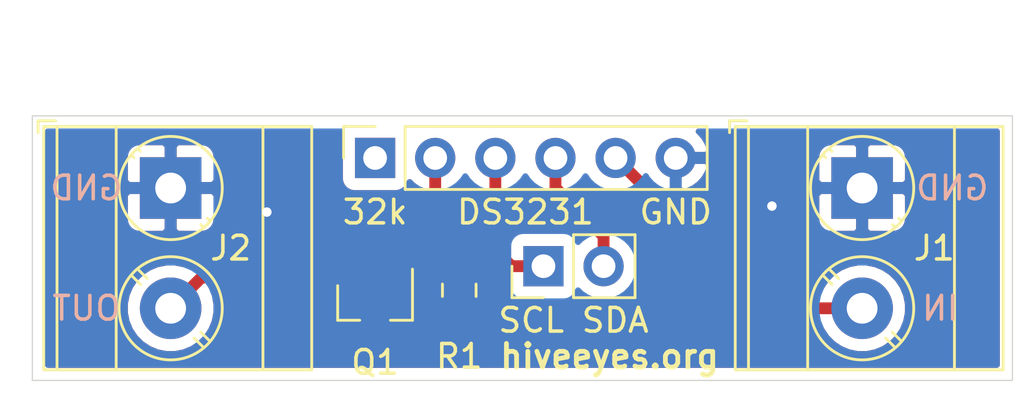
<source format=kicad_pcb>
(kicad_pcb (version 20171130) (host pcbnew "(5.1.5)-3")

  (general
    (thickness 1.6)
    (drawings 13)
    (tracks 23)
    (zones 0)
    (modules 6)
    (nets 7)
  )

  (page A4)
  (layers
    (0 F.Cu signal)
    (31 B.Cu signal)
    (32 B.Adhes user)
    (33 F.Adhes user)
    (34 B.Paste user)
    (35 F.Paste user)
    (36 B.SilkS user)
    (37 F.SilkS user)
    (38 B.Mask user)
    (39 F.Mask user)
    (40 Dwgs.User user)
    (41 Cmts.User user)
    (42 Eco1.User user)
    (43 Eco2.User user)
    (44 Edge.Cuts user)
    (45 Margin user)
    (46 B.CrtYd user)
    (47 F.CrtYd user)
    (48 B.Fab user)
    (49 F.Fab user)
  )

  (setup
    (last_trace_width 0.5)
    (trace_clearance 0.2)
    (zone_clearance 0.508)
    (zone_45_only no)
    (trace_min 0.2)
    (via_size 0.8)
    (via_drill 0.4)
    (via_min_size 0.4)
    (via_min_drill 0.3)
    (uvia_size 0.3)
    (uvia_drill 0.1)
    (uvias_allowed no)
    (uvia_min_size 0.2)
    (uvia_min_drill 0.1)
    (edge_width 0.05)
    (segment_width 0.2)
    (pcb_text_width 0.3)
    (pcb_text_size 1.5 1.5)
    (mod_edge_width 0.12)
    (mod_text_size 1 1)
    (mod_text_width 0.15)
    (pad_size 1.524 1.524)
    (pad_drill 0.762)
    (pad_to_mask_clearance 0.051)
    (solder_mask_min_width 0.25)
    (aux_axis_origin 0 0)
    (visible_elements FFFFFF7F)
    (pcbplotparams
      (layerselection 0x010fc_ffffffff)
      (usegerberextensions false)
      (usegerberattributes false)
      (usegerberadvancedattributes false)
      (creategerberjobfile false)
      (excludeedgelayer true)
      (linewidth 0.100000)
      (plotframeref false)
      (viasonmask false)
      (mode 1)
      (useauxorigin false)
      (hpglpennumber 1)
      (hpglpenspeed 20)
      (hpglpendiameter 15.000000)
      (psnegative false)
      (psa4output false)
      (plotreference true)
      (plotvalue true)
      (plotinvisibletext false)
      (padsonsilk false)
      (subtractmaskfromsilk false)
      (outputformat 1)
      (mirror false)
      (drillshape 1)
      (scaleselection 1)
      (outputdirectory ""))
  )

  (net 0 "")
  (net 1 +5V)
  (net 2 GND)
  (net 3 +5VP)
  (net 4 SDA)
  (net 5 SCL)
  (net 6 SQW)

  (net_class Default "Dies ist die voreingestellte Netzklasse."
    (clearance 0.2)
    (trace_width 0.5)
    (via_dia 0.8)
    (via_drill 0.4)
    (uvia_dia 0.3)
    (uvia_drill 0.1)
    (add_net +5V)
    (add_net +5VP)
    (add_net GND)
    (add_net "Net-(J3-Pad1)")
    (add_net SCL)
    (add_net SDA)
    (add_net SQW)
  )

  (module Resistor_SMD:R_0805_2012Metric_Pad1.15x1.40mm_HandSolder (layer F.Cu) (tedit 5B36C52B) (tstamp 5EB87361)
    (at 131.826 70.104 90)
    (descr "Resistor SMD 0805 (2012 Metric), square (rectangular) end terminal, IPC_7351 nominal with elongated pad for handsoldering. (Body size source: https://docs.google.com/spreadsheets/d/1BsfQQcO9C6DZCsRaXUlFlo91Tg2WpOkGARC1WS5S8t0/edit?usp=sharing), generated with kicad-footprint-generator")
    (tags "resistor handsolder")
    (path /5EB9FA29)
    (attr smd)
    (fp_text reference R1 (at -2.794 0 180) (layer F.SilkS)
      (effects (font (size 1 1) (thickness 0.15)))
    )
    (fp_text value 100k (at 0 1.65 90) (layer F.Fab)
      (effects (font (size 1 1) (thickness 0.15)))
    )
    (fp_text user %R (at 0 0 90) (layer F.Fab)
      (effects (font (size 0.5 0.5) (thickness 0.08)))
    )
    (fp_line (start 1.85 0.95) (end -1.85 0.95) (layer F.CrtYd) (width 0.05))
    (fp_line (start 1.85 -0.95) (end 1.85 0.95) (layer F.CrtYd) (width 0.05))
    (fp_line (start -1.85 -0.95) (end 1.85 -0.95) (layer F.CrtYd) (width 0.05))
    (fp_line (start -1.85 0.95) (end -1.85 -0.95) (layer F.CrtYd) (width 0.05))
    (fp_line (start -0.261252 0.71) (end 0.261252 0.71) (layer F.SilkS) (width 0.12))
    (fp_line (start -0.261252 -0.71) (end 0.261252 -0.71) (layer F.SilkS) (width 0.12))
    (fp_line (start 1 0.6) (end -1 0.6) (layer F.Fab) (width 0.1))
    (fp_line (start 1 -0.6) (end 1 0.6) (layer F.Fab) (width 0.1))
    (fp_line (start -1 -0.6) (end 1 -0.6) (layer F.Fab) (width 0.1))
    (fp_line (start -1 0.6) (end -1 -0.6) (layer F.Fab) (width 0.1))
    (pad 2 smd roundrect (at 1.025 0 90) (size 1.15 1.4) (layers F.Cu F.Paste F.Mask) (roundrect_rratio 0.217391)
      (net 6 SQW))
    (pad 1 smd roundrect (at -1.025 0 90) (size 1.15 1.4) (layers F.Cu F.Paste F.Mask) (roundrect_rratio 0.217391)
      (net 1 +5V))
    (model ${KISYS3DMOD}/Resistor_SMD.3dshapes/R_0805_2012Metric.wrl
      (at (xyz 0 0 0))
      (scale (xyz 1 1 1))
      (rotate (xyz 0 0 0))
    )
  )

  (module Connector_PinSocket_2.54mm:PinSocket_1x06_P2.54mm_Vertical (layer F.Cu) (tedit 5A19A430) (tstamp 5EB86AC8)
    (at 128.27 64.516 90)
    (descr "Through hole straight socket strip, 1x06, 2.54mm pitch, single row (from Kicad 4.0.7), script generated")
    (tags "Through hole socket strip THT 1x06 2.54mm single row")
    (path /5EB717E6)
    (fp_text reference J3 (at -6.35 4.064 90) (layer F.SilkS) hide
      (effects (font (size 1 1) (thickness 0.15)))
    )
    (fp_text value "DS3231 Breakout" (at 0 15.47 90) (layer F.Fab)
      (effects (font (size 1 1) (thickness 0.15)))
    )
    (fp_text user %R (at 0 6.35) (layer F.Fab)
      (effects (font (size 1 1) (thickness 0.15)))
    )
    (fp_line (start -1.8 14.45) (end -1.8 -1.8) (layer F.CrtYd) (width 0.05))
    (fp_line (start 1.75 14.45) (end -1.8 14.45) (layer F.CrtYd) (width 0.05))
    (fp_line (start 1.75 -1.8) (end 1.75 14.45) (layer F.CrtYd) (width 0.05))
    (fp_line (start -1.8 -1.8) (end 1.75 -1.8) (layer F.CrtYd) (width 0.05))
    (fp_line (start 0 -1.33) (end 1.33 -1.33) (layer F.SilkS) (width 0.12))
    (fp_line (start 1.33 -1.33) (end 1.33 0) (layer F.SilkS) (width 0.12))
    (fp_line (start 1.33 1.27) (end 1.33 14.03) (layer F.SilkS) (width 0.12))
    (fp_line (start -1.33 14.03) (end 1.33 14.03) (layer F.SilkS) (width 0.12))
    (fp_line (start -1.33 1.27) (end -1.33 14.03) (layer F.SilkS) (width 0.12))
    (fp_line (start -1.33 1.27) (end 1.33 1.27) (layer F.SilkS) (width 0.12))
    (fp_line (start -1.27 13.97) (end -1.27 -1.27) (layer F.Fab) (width 0.1))
    (fp_line (start 1.27 13.97) (end -1.27 13.97) (layer F.Fab) (width 0.1))
    (fp_line (start 1.27 -0.635) (end 1.27 13.97) (layer F.Fab) (width 0.1))
    (fp_line (start 0.635 -1.27) (end 1.27 -0.635) (layer F.Fab) (width 0.1))
    (fp_line (start -1.27 -1.27) (end 0.635 -1.27) (layer F.Fab) (width 0.1))
    (pad 6 thru_hole oval (at 0 12.7 90) (size 1.7 1.7) (drill 1) (layers *.Cu *.Mask)
      (net 2 GND))
    (pad 5 thru_hole oval (at 0 10.16 90) (size 1.7 1.7) (drill 1) (layers *.Cu *.Mask)
      (net 1 +5V))
    (pad 4 thru_hole oval (at 0 7.62 90) (size 1.7 1.7) (drill 1) (layers *.Cu *.Mask)
      (net 4 SDA))
    (pad 3 thru_hole oval (at 0 5.08 90) (size 1.7 1.7) (drill 1) (layers *.Cu *.Mask)
      (net 5 SCL))
    (pad 2 thru_hole oval (at 0 2.54 90) (size 1.7 1.7) (drill 1) (layers *.Cu *.Mask)
      (net 6 SQW))
    (pad 1 thru_hole rect (at 0 0 90) (size 1.7 1.7) (drill 1) (layers *.Cu *.Mask))
    (model ${KISYS3DMOD}/Connector_PinSocket_2.54mm.3dshapes/PinSocket_1x06_P2.54mm_Vertical.wrl
      (at (xyz 0 0 0))
      (scale (xyz 1 1 1))
      (rotate (xyz 0 0 0))
    )
  )

  (module TerminalBlock_Phoenix:TerminalBlock_Phoenix_MKDS-3-2-5.08_1x02_P5.08mm_Horizontal (layer F.Cu) (tedit 5B294F11) (tstamp 5EB81B64)
    (at 119.634 65.786 270)
    (descr "Terminal Block Phoenix MKDS-3-2-5.08, 2 pins, pitch 5.08mm, size 10.2x11.2mm^2, drill diamater 1.3mm, pad diameter 2.6mm, see http://www.farnell.com/datasheets/2138224.pdf, script-generated using https://github.com/pointhi/kicad-footprint-generator/scripts/TerminalBlock_Phoenix")
    (tags "THT Terminal Block Phoenix MKDS-3-2-5.08 pitch 5.08mm size 10.2x11.2mm^2 drill 1.3mm pad 2.6mm")
    (path /5EB84C06)
    (fp_text reference J2 (at 2.54 -2.54 180) (layer F.SilkS)
      (effects (font (size 1 1) (thickness 0.15)))
    )
    (fp_text value "Power Out" (at 2.54 6.36 90) (layer F.Fab)
      (effects (font (size 1 1) (thickness 0.15)))
    )
    (fp_text user %R (at 2.54 3.1 90) (layer F.Fab)
      (effects (font (size 1 1) (thickness 0.15)))
    )
    (fp_line (start 8.13 -6.4) (end -3.04 -6.4) (layer F.CrtYd) (width 0.05))
    (fp_line (start 8.13 5.8) (end 8.13 -6.4) (layer F.CrtYd) (width 0.05))
    (fp_line (start -3.04 5.8) (end 8.13 5.8) (layer F.CrtYd) (width 0.05))
    (fp_line (start -3.04 -6.4) (end -3.04 5.8) (layer F.CrtYd) (width 0.05))
    (fp_line (start -2.84 5.6) (end -2.34 5.6) (layer F.SilkS) (width 0.12))
    (fp_line (start -2.84 4.86) (end -2.84 5.6) (layer F.SilkS) (width 0.12))
    (fp_line (start 3.822 0.992) (end 3.427 1.388) (layer F.SilkS) (width 0.12))
    (fp_line (start 6.468 -1.654) (end 6.088 -1.274) (layer F.SilkS) (width 0.12))
    (fp_line (start 4.073 1.274) (end 3.693 1.654) (layer F.SilkS) (width 0.12))
    (fp_line (start 6.734 -1.388) (end 6.339 -0.992) (layer F.SilkS) (width 0.12))
    (fp_line (start 6.353 -1.517) (end 3.564 1.273) (layer F.Fab) (width 0.1))
    (fp_line (start 6.597 -1.273) (end 3.808 1.517) (layer F.Fab) (width 0.1))
    (fp_line (start -1.548 1.281) (end -1.654 1.388) (layer F.SilkS) (width 0.12))
    (fp_line (start 1.388 -1.654) (end 1.281 -1.547) (layer F.SilkS) (width 0.12))
    (fp_line (start -1.282 1.547) (end -1.388 1.654) (layer F.SilkS) (width 0.12))
    (fp_line (start 1.654 -1.388) (end 1.547 -1.281) (layer F.SilkS) (width 0.12))
    (fp_line (start 1.273 -1.517) (end -1.517 1.273) (layer F.Fab) (width 0.1))
    (fp_line (start 1.517 -1.273) (end -1.273 1.517) (layer F.Fab) (width 0.1))
    (fp_line (start 7.68 -5.96) (end 7.68 5.36) (layer F.SilkS) (width 0.12))
    (fp_line (start -2.6 -5.96) (end -2.6 5.36) (layer F.SilkS) (width 0.12))
    (fp_line (start -2.6 5.36) (end 7.68 5.36) (layer F.SilkS) (width 0.12))
    (fp_line (start -2.6 -5.96) (end 7.68 -5.96) (layer F.SilkS) (width 0.12))
    (fp_line (start -2.6 -3.9) (end 7.68 -3.9) (layer F.SilkS) (width 0.12))
    (fp_line (start -2.54 -3.9) (end 7.62 -3.9) (layer F.Fab) (width 0.1))
    (fp_line (start -2.6 2.3) (end 7.68 2.3) (layer F.SilkS) (width 0.12))
    (fp_line (start -2.54 2.3) (end 7.62 2.3) (layer F.Fab) (width 0.1))
    (fp_line (start -2.6 4.8) (end 7.68 4.8) (layer F.SilkS) (width 0.12))
    (fp_line (start -2.54 4.8) (end 7.62 4.8) (layer F.Fab) (width 0.1))
    (fp_line (start -2.54 4.8) (end -2.54 -5.9) (layer F.Fab) (width 0.1))
    (fp_line (start -2.04 5.3) (end -2.54 4.8) (layer F.Fab) (width 0.1))
    (fp_line (start 7.62 5.3) (end -2.04 5.3) (layer F.Fab) (width 0.1))
    (fp_line (start 7.62 -5.9) (end 7.62 5.3) (layer F.Fab) (width 0.1))
    (fp_line (start -2.54 -5.9) (end 7.62 -5.9) (layer F.Fab) (width 0.1))
    (fp_circle (center 5.08 0) (end 7.26 0) (layer F.SilkS) (width 0.12))
    (fp_circle (center 5.08 0) (end 7.08 0) (layer F.Fab) (width 0.1))
    (fp_circle (center 0 0) (end 2.18 0) (layer F.SilkS) (width 0.12))
    (fp_circle (center 0 0) (end 2 0) (layer F.Fab) (width 0.1))
    (pad 2 thru_hole circle (at 5.08 0 270) (size 2.6 2.6) (drill 1.3) (layers *.Cu *.Mask)
      (net 3 +5VP))
    (pad 1 thru_hole rect (at 0 0 270) (size 2.6 2.6) (drill 1.3) (layers *.Cu *.Mask)
      (net 2 GND))
    (model ${KISYS3DMOD}/TerminalBlock_Phoenix.3dshapes/TerminalBlock_Phoenix_MKDS-3-2-5.08_1x02_P5.08mm_Horizontal.wrl
      (at (xyz 0 0 0))
      (scale (xyz 1 1 1))
      (rotate (xyz 0 0 0))
    )
  )

  (module TerminalBlock_Phoenix:TerminalBlock_Phoenix_MKDS-3-2-5.08_1x02_P5.08mm_Horizontal (layer F.Cu) (tedit 5B294F11) (tstamp 5EB81B06)
    (at 148.844 65.786 270)
    (descr "Terminal Block Phoenix MKDS-3-2-5.08, 2 pins, pitch 5.08mm, size 10.2x11.2mm^2, drill diamater 1.3mm, pad diameter 2.6mm, see http://www.farnell.com/datasheets/2138224.pdf, script-generated using https://github.com/pointhi/kicad-footprint-generator/scripts/TerminalBlock_Phoenix")
    (tags "THT Terminal Block Phoenix MKDS-3-2-5.08 pitch 5.08mm size 10.2x11.2mm^2 drill 1.3mm pad 2.6mm")
    (path /5EB7C528)
    (fp_text reference J1 (at 2.54 -3.048 180) (layer F.SilkS)
      (effects (font (size 1 1) (thickness 0.15)))
    )
    (fp_text value "Power In" (at 2.54 6.36 90) (layer F.Fab)
      (effects (font (size 1 1) (thickness 0.15)))
    )
    (fp_text user %R (at 2.54 3.1 90) (layer F.Fab)
      (effects (font (size 1 1) (thickness 0.15)))
    )
    (fp_line (start 8.13 -6.4) (end -3.04 -6.4) (layer F.CrtYd) (width 0.05))
    (fp_line (start 8.13 5.8) (end 8.13 -6.4) (layer F.CrtYd) (width 0.05))
    (fp_line (start -3.04 5.8) (end 8.13 5.8) (layer F.CrtYd) (width 0.05))
    (fp_line (start -3.04 -6.4) (end -3.04 5.8) (layer F.CrtYd) (width 0.05))
    (fp_line (start -2.84 5.6) (end -2.34 5.6) (layer F.SilkS) (width 0.12))
    (fp_line (start -2.84 4.86) (end -2.84 5.6) (layer F.SilkS) (width 0.12))
    (fp_line (start 3.822 0.992) (end 3.427 1.388) (layer F.SilkS) (width 0.12))
    (fp_line (start 6.468 -1.654) (end 6.088 -1.274) (layer F.SilkS) (width 0.12))
    (fp_line (start 4.073 1.274) (end 3.693 1.654) (layer F.SilkS) (width 0.12))
    (fp_line (start 6.734 -1.388) (end 6.339 -0.992) (layer F.SilkS) (width 0.12))
    (fp_line (start 6.353 -1.517) (end 3.564 1.273) (layer F.Fab) (width 0.1))
    (fp_line (start 6.597 -1.273) (end 3.808 1.517) (layer F.Fab) (width 0.1))
    (fp_line (start -1.548 1.281) (end -1.654 1.388) (layer F.SilkS) (width 0.12))
    (fp_line (start 1.388 -1.654) (end 1.281 -1.547) (layer F.SilkS) (width 0.12))
    (fp_line (start -1.282 1.547) (end -1.388 1.654) (layer F.SilkS) (width 0.12))
    (fp_line (start 1.654 -1.388) (end 1.547 -1.281) (layer F.SilkS) (width 0.12))
    (fp_line (start 1.273 -1.517) (end -1.517 1.273) (layer F.Fab) (width 0.1))
    (fp_line (start 1.517 -1.273) (end -1.273 1.517) (layer F.Fab) (width 0.1))
    (fp_line (start 7.68 -5.96) (end 7.68 5.36) (layer F.SilkS) (width 0.12))
    (fp_line (start -2.6 -5.96) (end -2.6 5.36) (layer F.SilkS) (width 0.12))
    (fp_line (start -2.6 5.36) (end 7.68 5.36) (layer F.SilkS) (width 0.12))
    (fp_line (start -2.6 -5.96) (end 7.68 -5.96) (layer F.SilkS) (width 0.12))
    (fp_line (start -2.6 -3.9) (end 7.68 -3.9) (layer F.SilkS) (width 0.12))
    (fp_line (start -2.54 -3.9) (end 7.62 -3.9) (layer F.Fab) (width 0.1))
    (fp_line (start -2.6 2.3) (end 7.68 2.3) (layer F.SilkS) (width 0.12))
    (fp_line (start -2.54 2.3) (end 7.62 2.3) (layer F.Fab) (width 0.1))
    (fp_line (start -2.6 4.8) (end 7.68 4.8) (layer F.SilkS) (width 0.12))
    (fp_line (start -2.54 4.8) (end 7.62 4.8) (layer F.Fab) (width 0.1))
    (fp_line (start -2.54 4.8) (end -2.54 -5.9) (layer F.Fab) (width 0.1))
    (fp_line (start -2.04 5.3) (end -2.54 4.8) (layer F.Fab) (width 0.1))
    (fp_line (start 7.62 5.3) (end -2.04 5.3) (layer F.Fab) (width 0.1))
    (fp_line (start 7.62 -5.9) (end 7.62 5.3) (layer F.Fab) (width 0.1))
    (fp_line (start -2.54 -5.9) (end 7.62 -5.9) (layer F.Fab) (width 0.1))
    (fp_circle (center 5.08 0) (end 7.26 0) (layer F.SilkS) (width 0.12))
    (fp_circle (center 5.08 0) (end 7.08 0) (layer F.Fab) (width 0.1))
    (fp_circle (center 0 0) (end 2.18 0) (layer F.SilkS) (width 0.12))
    (fp_circle (center 0 0) (end 2 0) (layer F.Fab) (width 0.1))
    (pad 2 thru_hole circle (at 5.08 0 270) (size 2.6 2.6) (drill 1.3) (layers *.Cu *.Mask)
      (net 1 +5V))
    (pad 1 thru_hole rect (at 0 0 270) (size 2.6 2.6) (drill 1.3) (layers *.Cu *.Mask)
      (net 2 GND))
    (model ${KISYS3DMOD}/TerminalBlock_Phoenix.3dshapes/TerminalBlock_Phoenix_MKDS-3-2-5.08_1x02_P5.08mm_Horizontal.wrl
      (at (xyz 0 0 0))
      (scale (xyz 1 1 1))
      (rotate (xyz 0 0 0))
    )
  )

  (module Package_TO_SOT_SMD:SOT-23 (layer F.Cu) (tedit 5A02FF57) (tstamp 5EB84182)
    (at 128.27 70.612 270)
    (descr "SOT-23, Standard")
    (tags SOT-23)
    (path /5EB6FB41)
    (attr smd)
    (fp_text reference Q1 (at 2.54 0 180) (layer F.SilkS)
      (effects (font (size 1 1) (thickness 0.15)))
    )
    (fp_text value Q_PMOS_GDS (at 0 2.5 90) (layer F.Fab)
      (effects (font (size 1 1) (thickness 0.15)))
    )
    (fp_line (start 0.76 1.58) (end -0.7 1.58) (layer F.SilkS) (width 0.12))
    (fp_line (start 0.76 -1.58) (end -1.4 -1.58) (layer F.SilkS) (width 0.12))
    (fp_line (start -1.7 1.75) (end -1.7 -1.75) (layer F.CrtYd) (width 0.05))
    (fp_line (start 1.7 1.75) (end -1.7 1.75) (layer F.CrtYd) (width 0.05))
    (fp_line (start 1.7 -1.75) (end 1.7 1.75) (layer F.CrtYd) (width 0.05))
    (fp_line (start -1.7 -1.75) (end 1.7 -1.75) (layer F.CrtYd) (width 0.05))
    (fp_line (start 0.76 -1.58) (end 0.76 -0.65) (layer F.SilkS) (width 0.12))
    (fp_line (start 0.76 1.58) (end 0.76 0.65) (layer F.SilkS) (width 0.12))
    (fp_line (start -0.7 1.52) (end 0.7 1.52) (layer F.Fab) (width 0.1))
    (fp_line (start 0.7 -1.52) (end 0.7 1.52) (layer F.Fab) (width 0.1))
    (fp_line (start -0.7 -0.95) (end -0.15 -1.52) (layer F.Fab) (width 0.1))
    (fp_line (start -0.15 -1.52) (end 0.7 -1.52) (layer F.Fab) (width 0.1))
    (fp_line (start -0.7 -0.95) (end -0.7 1.5) (layer F.Fab) (width 0.1))
    (fp_text user %R (at 0 0) (layer F.Fab)
      (effects (font (size 0.5 0.5) (thickness 0.075)))
    )
    (pad 3 smd rect (at 1 0 270) (size 0.9 0.8) (layers F.Cu F.Paste F.Mask)
      (net 1 +5V))
    (pad 2 smd rect (at -1 0.95 270) (size 0.9 0.8) (layers F.Cu F.Paste F.Mask)
      (net 3 +5VP))
    (pad 1 smd rect (at -1 -0.95 270) (size 0.9 0.8) (layers F.Cu F.Paste F.Mask)
      (net 6 SQW))
    (model ${KISYS3DMOD}/Package_TO_SOT_SMD.3dshapes/SOT-23.wrl
      (at (xyz 0 0 0))
      (scale (xyz 1 1 1))
      (rotate (xyz 0 0 0))
    )
  )

  (module Connector_PinHeader_2.54mm:PinHeader_1x02_P2.54mm_Vertical (layer F.Cu) (tedit 59FED5CC) (tstamp 5EB81BCC)
    (at 135.382 69.088 90)
    (descr "Through hole straight pin header, 1x02, 2.54mm pitch, single row")
    (tags "Through hole pin header THT 1x02 2.54mm single row")
    (path /5EB817DB)
    (fp_text reference J4 (at 0 -2.33 90) (layer F.SilkS) hide
      (effects (font (size 1 1) (thickness 0.15)))
    )
    (fp_text value "I2C Terminal" (at -0.762 8.128 90) (layer F.Fab)
      (effects (font (size 1 1) (thickness 0.15)))
    )
    (fp_text user %R (at 0 1.27) (layer F.Fab)
      (effects (font (size 1 1) (thickness 0.15)))
    )
    (fp_line (start 1.8 -1.8) (end -1.8 -1.8) (layer F.CrtYd) (width 0.05))
    (fp_line (start 1.8 4.35) (end 1.8 -1.8) (layer F.CrtYd) (width 0.05))
    (fp_line (start -1.8 4.35) (end 1.8 4.35) (layer F.CrtYd) (width 0.05))
    (fp_line (start -1.8 -1.8) (end -1.8 4.35) (layer F.CrtYd) (width 0.05))
    (fp_line (start -1.33 -1.33) (end 0 -1.33) (layer F.SilkS) (width 0.12))
    (fp_line (start -1.33 0) (end -1.33 -1.33) (layer F.SilkS) (width 0.12))
    (fp_line (start -1.33 1.27) (end 1.33 1.27) (layer F.SilkS) (width 0.12))
    (fp_line (start 1.33 1.27) (end 1.33 3.87) (layer F.SilkS) (width 0.12))
    (fp_line (start -1.33 1.27) (end -1.33 3.87) (layer F.SilkS) (width 0.12))
    (fp_line (start -1.33 3.87) (end 1.33 3.87) (layer F.SilkS) (width 0.12))
    (fp_line (start -1.27 -0.635) (end -0.635 -1.27) (layer F.Fab) (width 0.1))
    (fp_line (start -1.27 3.81) (end -1.27 -0.635) (layer F.Fab) (width 0.1))
    (fp_line (start 1.27 3.81) (end -1.27 3.81) (layer F.Fab) (width 0.1))
    (fp_line (start 1.27 -1.27) (end 1.27 3.81) (layer F.Fab) (width 0.1))
    (fp_line (start -0.635 -1.27) (end 1.27 -1.27) (layer F.Fab) (width 0.1))
    (pad 2 thru_hole oval (at 0 2.54 90) (size 1.7 1.7) (drill 1) (layers *.Cu *.Mask)
      (net 4 SDA))
    (pad 1 thru_hole rect (at 0 0 90) (size 1.7 1.7) (drill 1) (layers *.Cu *.Mask)
      (net 5 SCL))
    (model ${KISYS3DMOD}/Connector_PinHeader_2.54mm.3dshapes/PinHeader_1x02_P2.54mm_Vertical.wrl
      (at (xyz 0 0 0))
      (scale (xyz 1 1 1))
      (rotate (xyz 0 0 0))
    )
  )

  (gr_text hiveeyes.org (at 138.176 72.898) (layer F.SilkS)
    (effects (font (size 1 1) (thickness 0.2)))
  )
  (gr_line (start 113.792 73.914) (end 113.792 62.738) (layer Edge.Cuts) (width 0.05) (tstamp 5EB869BF))
  (gr_line (start 155.194 73.914) (end 113.792 73.914) (layer Edge.Cuts) (width 0.05))
  (gr_line (start 155.194 62.738) (end 155.194 73.914) (layer Edge.Cuts) (width 0.05))
  (gr_line (start 113.792 62.738) (end 155.194 62.738) (layer Edge.Cuts) (width 0.05))
  (gr_text IN (at 152.146 70.866) (layer B.SilkS)
    (effects (font (size 1 1) (thickness 0.15)) (justify mirror))
  )
  (gr_text GND (at 152.654 65.786) (layer B.SilkS) (tstamp 5EB869BA)
    (effects (font (size 1 1) (thickness 0.15)) (justify mirror))
  )
  (gr_text OUT (at 116.078 70.866) (layer B.SilkS)
    (effects (font (size 1 1) (thickness 0.15)) (justify mirror))
  )
  (gr_text GND (at 116.078 65.786) (layer B.SilkS)
    (effects (font (size 1 1) (thickness 0.15)) (justify mirror))
  )
  (gr_text DS3231 (at 134.62 66.802) (layer F.SilkS)
    (effects (font (size 1 1) (thickness 0.15)))
  )
  (gr_text GND (at 140.97 66.802) (layer F.SilkS)
    (effects (font (size 1 1) (thickness 0.15)))
  )
  (gr_text 32k (at 128.27 66.802) (layer F.SilkS)
    (effects (font (size 1 1) (thickness 0.15)))
  )
  (gr_text "SCL SDA" (at 136.652 71.374) (layer F.SilkS)
    (effects (font (size 1 1) (thickness 0.15)))
  )

  (via (at 123.698 66.802) (size 0.8) (drill 0.4) (layers F.Cu B.Cu) (net 2))
  (via (at 145.034 66.548) (size 0.8) (drill 0.4) (layers F.Cu B.Cu) (net 2))
  (segment (start 144.78 70.866) (end 147.005523 70.866) (width 0.5) (layer F.Cu) (net 1))
  (segment (start 138.43 64.516) (end 144.78 70.866) (width 0.5) (layer F.Cu) (net 1))
  (segment (start 147.005523 70.866) (end 148.336 70.866) (width 0.5) (layer F.Cu) (net 1))
  (segment (start 128.27 71.612) (end 131.334 71.612) (width 0.5) (layer F.Cu) (net 1))
  (segment (start 131.334 71.612) (end 131.826 71.12) (width 0.5) (layer F.Cu) (net 1))
  (segment (start 131.826 71.12) (end 132.334 71.628) (width 0.5) (layer F.Cu) (net 1))
  (segment (start 132.334 71.628) (end 144.018 71.628) (width 0.5) (layer F.Cu) (net 1))
  (segment (start 144.018 71.628) (end 144.78 70.866) (width 0.5) (layer F.Cu) (net 1))
  (segment (start 120.933999 69.566001) (end 127.224001 69.566001) (width 0.5) (layer F.Cu) (net 3))
  (segment (start 119.634 70.866) (end 120.933999 69.566001) (width 0.5) (layer F.Cu) (net 3))
  (segment (start 135.89 64.516) (end 135.89 65.786) (width 0.5) (layer F.Cu) (net 4))
  (segment (start 135.89 65.786) (end 137.922 67.818) (width 0.5) (layer F.Cu) (net 4))
  (segment (start 137.922 67.818) (end 137.922 68.834) (width 0.5) (layer F.Cu) (net 4))
  (segment (start 133.35 68.406) (end 134.032 69.088) (width 0.5) (layer F.Cu) (net 5))
  (segment (start 133.35 64.516) (end 133.35 68.406) (width 0.5) (layer F.Cu) (net 5))
  (segment (start 134.032 69.088) (end 135.382 69.088) (width 0.5) (layer F.Cu) (net 5))
  (segment (start 129.22 69.612) (end 129.22 68.392) (width 0.5) (layer F.Cu) (net 6))
  (segment (start 129.22 68.392) (end 130.81 66.802) (width 0.5) (layer F.Cu) (net 6))
  (segment (start 130.81 66.802) (end 130.81 64.77) (width 0.5) (layer F.Cu) (net 6))
  (segment (start 130.81 66.802) (end 130.81 68.072) (width 0.5) (layer F.Cu) (net 6))
  (segment (start 130.81 68.072) (end 131.826 69.088) (width 0.5) (layer F.Cu) (net 6))

  (zone (net 2) (net_name GND) (layer F.Cu) (tstamp 0) (hatch edge 0.508)
    (connect_pads (clearance 0.508))
    (min_thickness 0.254)
    (fill yes (arc_segments 32) (thermal_gap 0.508) (thermal_bridge_width 0.508))
    (polygon
      (pts
        (xy 155.702 74.676) (xy 113.03 74.676) (xy 113.03 61.976) (xy 155.702 61.976)
      )
    )
    (filled_polygon
      (pts
        (xy 126.830498 63.42182) (xy 126.794188 63.541518) (xy 126.781928 63.666) (xy 126.781928 65.366) (xy 126.794188 65.490482)
        (xy 126.830498 65.61018) (xy 126.889463 65.720494) (xy 126.968815 65.817185) (xy 127.065506 65.896537) (xy 127.17582 65.955502)
        (xy 127.295518 65.991812) (xy 127.42 66.004072) (xy 129.12 66.004072) (xy 129.244482 65.991812) (xy 129.36418 65.955502)
        (xy 129.474494 65.896537) (xy 129.571185 65.817185) (xy 129.650537 65.720494) (xy 129.709502 65.61018) (xy 129.731513 65.53762)
        (xy 129.863368 65.669475) (xy 129.925001 65.710657) (xy 129.925 66.435421) (xy 128.624951 67.735471) (xy 128.591184 67.763183)
        (xy 128.563471 67.796951) (xy 128.563468 67.796954) (xy 128.48059 67.897941) (xy 128.398412 68.051687) (xy 128.347805 68.21851)
        (xy 128.330719 68.392) (xy 128.335001 68.435478) (xy 128.335001 68.752018) (xy 128.289463 68.807506) (xy 128.27 68.843918)
        (xy 128.250537 68.807506) (xy 128.171185 68.710815) (xy 128.074494 68.631463) (xy 127.96418 68.572498) (xy 127.844482 68.536188)
        (xy 127.72 68.523928) (xy 126.92 68.523928) (xy 126.795518 68.536188) (xy 126.67582 68.572498) (xy 126.565506 68.631463)
        (xy 126.505144 68.681001) (xy 120.977464 68.681001) (xy 120.933998 68.67672) (xy 120.890532 68.681001) (xy 120.890522 68.681001)
        (xy 120.760509 68.693806) (xy 120.593686 68.744412) (xy 120.43994 68.82659) (xy 120.439938 68.826591) (xy 120.439939 68.826591)
        (xy 120.338952 68.909469) (xy 120.33895 68.909471) (xy 120.305182 68.937184) (xy 120.277469 68.970952) (xy 120.229985 69.018436)
        (xy 120.198419 69.005361) (xy 119.824581 68.931) (xy 119.443419 68.931) (xy 119.069581 69.005361) (xy 118.717434 69.151225)
        (xy 118.400509 69.362987) (xy 118.130987 69.632509) (xy 117.919225 69.949434) (xy 117.773361 70.301581) (xy 117.699 70.675419)
        (xy 117.699 71.056581) (xy 117.773361 71.430419) (xy 117.919225 71.782566) (xy 118.130987 72.099491) (xy 118.400509 72.369013)
        (xy 118.717434 72.580775) (xy 119.069581 72.726639) (xy 119.443419 72.801) (xy 119.824581 72.801) (xy 120.198419 72.726639)
        (xy 120.550566 72.580775) (xy 120.867491 72.369013) (xy 121.137013 72.099491) (xy 121.348775 71.782566) (xy 121.494639 71.430419)
        (xy 121.569 71.056581) (xy 121.569 70.675419) (xy 121.52436 70.451001) (xy 126.417782 70.451001) (xy 126.468815 70.513185)
        (xy 126.565506 70.592537) (xy 126.67582 70.651502) (xy 126.795518 70.687812) (xy 126.92 70.700072) (xy 127.431905 70.700072)
        (xy 127.418815 70.710815) (xy 127.339463 70.807506) (xy 127.280498 70.91782) (xy 127.244188 71.037518) (xy 127.231928 71.162)
        (xy 127.231928 72.062) (xy 127.244188 72.186482) (xy 127.280498 72.30618) (xy 127.339463 72.416494) (xy 127.418815 72.513185)
        (xy 127.515506 72.592537) (xy 127.62582 72.651502) (xy 127.745518 72.687812) (xy 127.87 72.700072) (xy 128.67 72.700072)
        (xy 128.794482 72.687812) (xy 128.91418 72.651502) (xy 129.024494 72.592537) (xy 129.121185 72.513185) (xy 129.134468 72.497)
        (xy 131.290531 72.497) (xy 131.334 72.501281) (xy 131.377469 72.497) (xy 131.377477 72.497) (xy 131.50749 72.484195)
        (xy 131.674313 72.433589) (xy 131.823448 72.353876) (xy 131.839941 72.367411) (xy 131.993687 72.449589) (xy 132.16051 72.500195)
        (xy 132.290523 72.513) (xy 132.290533 72.513) (xy 132.333999 72.517281) (xy 132.377465 72.513) (xy 143.974531 72.513)
        (xy 144.018 72.517281) (xy 144.061469 72.513) (xy 144.061477 72.513) (xy 144.19149 72.500195) (xy 144.358313 72.449589)
        (xy 144.512059 72.367411) (xy 144.646817 72.256817) (xy 144.674534 72.223044) (xy 145.146579 71.751) (xy 147.11615 71.751)
        (xy 147.129225 71.782566) (xy 147.340987 72.099491) (xy 147.610509 72.369013) (xy 147.927434 72.580775) (xy 148.279581 72.726639)
        (xy 148.653419 72.801) (xy 149.034581 72.801) (xy 149.408419 72.726639) (xy 149.760566 72.580775) (xy 150.077491 72.369013)
        (xy 150.347013 72.099491) (xy 150.558775 71.782566) (xy 150.704639 71.430419) (xy 150.779 71.056581) (xy 150.779 70.675419)
        (xy 150.704639 70.301581) (xy 150.558775 69.949434) (xy 150.347013 69.632509) (xy 150.077491 69.362987) (xy 149.760566 69.151225)
        (xy 149.408419 69.005361) (xy 149.034581 68.931) (xy 148.653419 68.931) (xy 148.279581 69.005361) (xy 147.927434 69.151225)
        (xy 147.610509 69.362987) (xy 147.340987 69.632509) (xy 147.129225 69.949434) (xy 147.11615 69.981) (xy 145.146579 69.981)
        (xy 142.251579 67.086) (xy 146.905928 67.086) (xy 146.918188 67.210482) (xy 146.954498 67.33018) (xy 147.013463 67.440494)
        (xy 147.092815 67.537185) (xy 147.189506 67.616537) (xy 147.29982 67.675502) (xy 147.419518 67.711812) (xy 147.544 67.724072)
        (xy 148.55825 67.721) (xy 148.717 67.56225) (xy 148.717 65.913) (xy 148.971 65.913) (xy 148.971 67.56225)
        (xy 149.12975 67.721) (xy 150.144 67.724072) (xy 150.268482 67.711812) (xy 150.38818 67.675502) (xy 150.498494 67.616537)
        (xy 150.595185 67.537185) (xy 150.674537 67.440494) (xy 150.733502 67.33018) (xy 150.769812 67.210482) (xy 150.782072 67.086)
        (xy 150.779 66.07175) (xy 150.62025 65.913) (xy 148.971 65.913) (xy 148.717 65.913) (xy 147.06775 65.913)
        (xy 146.909 66.07175) (xy 146.905928 67.086) (xy 142.251579 67.086) (xy 141.097002 65.931424) (xy 141.097002 65.836156)
        (xy 141.32689 65.957476) (xy 141.474099 65.912825) (xy 141.73692 65.787641) (xy 141.970269 65.613588) (xy 142.165178 65.397355)
        (xy 142.314157 65.147252) (xy 142.411481 64.872891) (xy 142.290814 64.643) (xy 141.097 64.643) (xy 141.097 64.663)
        (xy 140.843 64.663) (xy 140.843 64.643) (xy 140.823 64.643) (xy 140.823 64.486) (xy 146.905928 64.486)
        (xy 146.909 65.50025) (xy 147.06775 65.659) (xy 148.717 65.659) (xy 148.717 64.00975) (xy 148.971 64.00975)
        (xy 148.971 65.659) (xy 150.62025 65.659) (xy 150.779 65.50025) (xy 150.782072 64.486) (xy 150.769812 64.361518)
        (xy 150.733502 64.24182) (xy 150.674537 64.131506) (xy 150.595185 64.034815) (xy 150.498494 63.955463) (xy 150.38818 63.896498)
        (xy 150.268482 63.860188) (xy 150.144 63.847928) (xy 149.12975 63.851) (xy 148.971 64.00975) (xy 148.717 64.00975)
        (xy 148.55825 63.851) (xy 147.544 63.847928) (xy 147.419518 63.860188) (xy 147.29982 63.896498) (xy 147.189506 63.955463)
        (xy 147.092815 64.034815) (xy 147.013463 64.131506) (xy 146.954498 64.24182) (xy 146.918188 64.361518) (xy 146.905928 64.486)
        (xy 140.823 64.486) (xy 140.823 64.389) (xy 140.843 64.389) (xy 140.843 64.369) (xy 141.097 64.369)
        (xy 141.097 64.389) (xy 142.290814 64.389) (xy 142.411481 64.159109) (xy 142.314157 63.884748) (xy 142.165178 63.634645)
        (xy 141.970269 63.418412) (xy 141.942903 63.398) (xy 154.534 63.398) (xy 154.534001 73.254) (xy 114.452 73.254)
        (xy 114.452 67.086) (xy 117.695928 67.086) (xy 117.708188 67.210482) (xy 117.744498 67.33018) (xy 117.803463 67.440494)
        (xy 117.882815 67.537185) (xy 117.979506 67.616537) (xy 118.08982 67.675502) (xy 118.209518 67.711812) (xy 118.334 67.724072)
        (xy 119.34825 67.721) (xy 119.507 67.56225) (xy 119.507 65.913) (xy 119.761 65.913) (xy 119.761 67.56225)
        (xy 119.91975 67.721) (xy 120.934 67.724072) (xy 121.058482 67.711812) (xy 121.17818 67.675502) (xy 121.288494 67.616537)
        (xy 121.385185 67.537185) (xy 121.464537 67.440494) (xy 121.523502 67.33018) (xy 121.559812 67.210482) (xy 121.572072 67.086)
        (xy 121.569 66.07175) (xy 121.41025 65.913) (xy 119.761 65.913) (xy 119.507 65.913) (xy 117.85775 65.913)
        (xy 117.699 66.07175) (xy 117.695928 67.086) (xy 114.452 67.086) (xy 114.452 64.486) (xy 117.695928 64.486)
        (xy 117.699 65.50025) (xy 117.85775 65.659) (xy 119.507 65.659) (xy 119.507 64.00975) (xy 119.761 64.00975)
        (xy 119.761 65.659) (xy 121.41025 65.659) (xy 121.569 65.50025) (xy 121.572072 64.486) (xy 121.559812 64.361518)
        (xy 121.523502 64.24182) (xy 121.464537 64.131506) (xy 121.385185 64.034815) (xy 121.288494 63.955463) (xy 121.17818 63.896498)
        (xy 121.058482 63.860188) (xy 120.934 63.847928) (xy 119.91975 63.851) (xy 119.761 64.00975) (xy 119.507 64.00975)
        (xy 119.34825 63.851) (xy 118.334 63.847928) (xy 118.209518 63.860188) (xy 118.08982 63.896498) (xy 117.979506 63.955463)
        (xy 117.882815 64.034815) (xy 117.803463 64.131506) (xy 117.744498 64.24182) (xy 117.708188 64.361518) (xy 117.695928 64.486)
        (xy 114.452 64.486) (xy 114.452 63.398) (xy 126.84323 63.398)
      )
    )
  )
  (zone (net 2) (net_name GND) (layer B.Cu) (tstamp 0) (hatch edge 0.508)
    (connect_pads (clearance 0.508))
    (min_thickness 0.254)
    (fill yes (arc_segments 32) (thermal_gap 0.508) (thermal_bridge_width 0.508))
    (polygon
      (pts
        (xy 155.702 74.676) (xy 113.03 74.676) (xy 113.03 61.976) (xy 155.702 61.976)
      )
    )
    (filled_polygon
      (pts
        (xy 126.830498 63.42182) (xy 126.794188 63.541518) (xy 126.781928 63.666) (xy 126.781928 65.366) (xy 126.794188 65.490482)
        (xy 126.830498 65.61018) (xy 126.889463 65.720494) (xy 126.968815 65.817185) (xy 127.065506 65.896537) (xy 127.17582 65.955502)
        (xy 127.295518 65.991812) (xy 127.42 66.004072) (xy 129.12 66.004072) (xy 129.244482 65.991812) (xy 129.36418 65.955502)
        (xy 129.474494 65.896537) (xy 129.571185 65.817185) (xy 129.650537 65.720494) (xy 129.709502 65.61018) (xy 129.731513 65.53762)
        (xy 129.863368 65.669475) (xy 130.106589 65.83199) (xy 130.376842 65.943932) (xy 130.66374 66.001) (xy 130.95626 66.001)
        (xy 131.243158 65.943932) (xy 131.513411 65.83199) (xy 131.756632 65.669475) (xy 131.963475 65.462632) (xy 132.08 65.28824)
        (xy 132.196525 65.462632) (xy 132.403368 65.669475) (xy 132.646589 65.83199) (xy 132.916842 65.943932) (xy 133.20374 66.001)
        (xy 133.49626 66.001) (xy 133.783158 65.943932) (xy 134.053411 65.83199) (xy 134.296632 65.669475) (xy 134.503475 65.462632)
        (xy 134.62 65.28824) (xy 134.736525 65.462632) (xy 134.943368 65.669475) (xy 135.186589 65.83199) (xy 135.456842 65.943932)
        (xy 135.74374 66.001) (xy 136.03626 66.001) (xy 136.323158 65.943932) (xy 136.593411 65.83199) (xy 136.836632 65.669475)
        (xy 137.043475 65.462632) (xy 137.16 65.28824) (xy 137.276525 65.462632) (xy 137.483368 65.669475) (xy 137.726589 65.83199)
        (xy 137.996842 65.943932) (xy 138.28374 66.001) (xy 138.57626 66.001) (xy 138.863158 65.943932) (xy 139.133411 65.83199)
        (xy 139.376632 65.669475) (xy 139.583475 65.462632) (xy 139.705195 65.280466) (xy 139.774822 65.397355) (xy 139.969731 65.613588)
        (xy 140.20308 65.787641) (xy 140.465901 65.912825) (xy 140.61311 65.957476) (xy 140.843 65.836155) (xy 140.843 64.643)
        (xy 141.097 64.643) (xy 141.097 65.836155) (xy 141.32689 65.957476) (xy 141.474099 65.912825) (xy 141.73692 65.787641)
        (xy 141.970269 65.613588) (xy 142.165178 65.397355) (xy 142.314157 65.147252) (xy 142.411481 64.872891) (xy 142.290814 64.643)
        (xy 141.097 64.643) (xy 140.843 64.643) (xy 140.823 64.643) (xy 140.823 64.486) (xy 146.905928 64.486)
        (xy 146.909 65.50025) (xy 147.06775 65.659) (xy 148.717 65.659) (xy 148.717 64.00975) (xy 148.971 64.00975)
        (xy 148.971 65.659) (xy 150.62025 65.659) (xy 150.779 65.50025) (xy 150.782072 64.486) (xy 150.769812 64.361518)
        (xy 150.733502 64.24182) (xy 150.674537 64.131506) (xy 150.595185 64.034815) (xy 150.498494 63.955463) (xy 150.38818 63.896498)
        (xy 150.268482 63.860188) (xy 150.144 63.847928) (xy 149.12975 63.851) (xy 148.971 64.00975) (xy 148.717 64.00975)
        (xy 148.55825 63.851) (xy 147.544 63.847928) (xy 147.419518 63.860188) (xy 147.29982 63.896498) (xy 147.189506 63.955463)
        (xy 147.092815 64.034815) (xy 147.013463 64.131506) (xy 146.954498 64.24182) (xy 146.918188 64.361518) (xy 146.905928 64.486)
        (xy 140.823 64.486) (xy 140.823 64.389) (xy 140.843 64.389) (xy 140.843 64.369) (xy 141.097 64.369)
        (xy 141.097 64.389) (xy 142.290814 64.389) (xy 142.411481 64.159109) (xy 142.314157 63.884748) (xy 142.165178 63.634645)
        (xy 141.970269 63.418412) (xy 141.942903 63.398) (xy 154.534 63.398) (xy 154.534001 73.254) (xy 114.452 73.254)
        (xy 114.452 70.675419) (xy 117.699 70.675419) (xy 117.699 71.056581) (xy 117.773361 71.430419) (xy 117.919225 71.782566)
        (xy 118.130987 72.099491) (xy 118.400509 72.369013) (xy 118.717434 72.580775) (xy 119.069581 72.726639) (xy 119.443419 72.801)
        (xy 119.824581 72.801) (xy 120.198419 72.726639) (xy 120.550566 72.580775) (xy 120.867491 72.369013) (xy 121.137013 72.099491)
        (xy 121.348775 71.782566) (xy 121.494639 71.430419) (xy 121.569 71.056581) (xy 121.569 70.675419) (xy 146.909 70.675419)
        (xy 146.909 71.056581) (xy 146.983361 71.430419) (xy 147.129225 71.782566) (xy 147.340987 72.099491) (xy 147.610509 72.369013)
        (xy 147.927434 72.580775) (xy 148.279581 72.726639) (xy 148.653419 72.801) (xy 149.034581 72.801) (xy 149.408419 72.726639)
        (xy 149.760566 72.580775) (xy 150.077491 72.369013) (xy 150.347013 72.099491) (xy 150.558775 71.782566) (xy 150.704639 71.430419)
        (xy 150.779 71.056581) (xy 150.779 70.675419) (xy 150.704639 70.301581) (xy 150.558775 69.949434) (xy 150.347013 69.632509)
        (xy 150.077491 69.362987) (xy 149.760566 69.151225) (xy 149.408419 69.005361) (xy 149.034581 68.931) (xy 148.653419 68.931)
        (xy 148.279581 69.005361) (xy 147.927434 69.151225) (xy 147.610509 69.362987) (xy 147.340987 69.632509) (xy 147.129225 69.949434)
        (xy 146.983361 70.301581) (xy 146.909 70.675419) (xy 121.569 70.675419) (xy 121.494639 70.301581) (xy 121.348775 69.949434)
        (xy 121.137013 69.632509) (xy 120.867491 69.362987) (xy 120.550566 69.151225) (xy 120.198419 69.005361) (xy 119.824581 68.931)
        (xy 119.443419 68.931) (xy 119.069581 69.005361) (xy 118.717434 69.151225) (xy 118.400509 69.362987) (xy 118.130987 69.632509)
        (xy 117.919225 69.949434) (xy 117.773361 70.301581) (xy 117.699 70.675419) (xy 114.452 70.675419) (xy 114.452 68.238)
        (xy 133.893928 68.238) (xy 133.893928 69.938) (xy 133.906188 70.062482) (xy 133.942498 70.18218) (xy 134.001463 70.292494)
        (xy 134.080815 70.389185) (xy 134.177506 70.468537) (xy 134.28782 70.527502) (xy 134.407518 70.563812) (xy 134.532 70.576072)
        (xy 136.232 70.576072) (xy 136.356482 70.563812) (xy 136.47618 70.527502) (xy 136.586494 70.468537) (xy 136.683185 70.389185)
        (xy 136.762537 70.292494) (xy 136.821502 70.18218) (xy 136.843513 70.10962) (xy 136.975368 70.241475) (xy 137.218589 70.40399)
        (xy 137.488842 70.515932) (xy 137.77574 70.573) (xy 138.06826 70.573) (xy 138.355158 70.515932) (xy 138.625411 70.40399)
        (xy 138.868632 70.241475) (xy 139.075475 70.034632) (xy 139.23799 69.791411) (xy 139.349932 69.521158) (xy 139.407 69.23426)
        (xy 139.407 68.94174) (xy 139.349932 68.654842) (xy 139.23799 68.384589) (xy 139.075475 68.141368) (xy 138.868632 67.934525)
        (xy 138.625411 67.77201) (xy 138.355158 67.660068) (xy 138.06826 67.603) (xy 137.77574 67.603) (xy 137.488842 67.660068)
        (xy 137.218589 67.77201) (xy 136.975368 67.934525) (xy 136.843513 68.06638) (xy 136.821502 67.99382) (xy 136.762537 67.883506)
        (xy 136.683185 67.786815) (xy 136.586494 67.707463) (xy 136.47618 67.648498) (xy 136.356482 67.612188) (xy 136.232 67.599928)
        (xy 134.532 67.599928) (xy 134.407518 67.612188) (xy 134.28782 67.648498) (xy 134.177506 67.707463) (xy 134.080815 67.786815)
        (xy 134.001463 67.883506) (xy 133.942498 67.99382) (xy 133.906188 68.113518) (xy 133.893928 68.238) (xy 114.452 68.238)
        (xy 114.452 67.086) (xy 117.695928 67.086) (xy 117.708188 67.210482) (xy 117.744498 67.33018) (xy 117.803463 67.440494)
        (xy 117.882815 67.537185) (xy 117.979506 67.616537) (xy 118.08982 67.675502) (xy 118.209518 67.711812) (xy 118.334 67.724072)
        (xy 119.34825 67.721) (xy 119.507 67.56225) (xy 119.507 65.913) (xy 119.761 65.913) (xy 119.761 67.56225)
        (xy 119.91975 67.721) (xy 120.934 67.724072) (xy 121.058482 67.711812) (xy 121.17818 67.675502) (xy 121.288494 67.616537)
        (xy 121.385185 67.537185) (xy 121.464537 67.440494) (xy 121.523502 67.33018) (xy 121.559812 67.210482) (xy 121.572072 67.086)
        (xy 146.905928 67.086) (xy 146.918188 67.210482) (xy 146.954498 67.33018) (xy 147.013463 67.440494) (xy 147.092815 67.537185)
        (xy 147.189506 67.616537) (xy 147.29982 67.675502) (xy 147.419518 67.711812) (xy 147.544 67.724072) (xy 148.55825 67.721)
        (xy 148.717 67.56225) (xy 148.717 65.913) (xy 148.971 65.913) (xy 148.971 67.56225) (xy 149.12975 67.721)
        (xy 150.144 67.724072) (xy 150.268482 67.711812) (xy 150.38818 67.675502) (xy 150.498494 67.616537) (xy 150.595185 67.537185)
        (xy 150.674537 67.440494) (xy 150.733502 67.33018) (xy 150.769812 67.210482) (xy 150.782072 67.086) (xy 150.779 66.07175)
        (xy 150.62025 65.913) (xy 148.971 65.913) (xy 148.717 65.913) (xy 147.06775 65.913) (xy 146.909 66.07175)
        (xy 146.905928 67.086) (xy 121.572072 67.086) (xy 121.569 66.07175) (xy 121.41025 65.913) (xy 119.761 65.913)
        (xy 119.507 65.913) (xy 117.85775 65.913) (xy 117.699 66.07175) (xy 117.695928 67.086) (xy 114.452 67.086)
        (xy 114.452 64.486) (xy 117.695928 64.486) (xy 117.699 65.50025) (xy 117.85775 65.659) (xy 119.507 65.659)
        (xy 119.507 64.00975) (xy 119.761 64.00975) (xy 119.761 65.659) (xy 121.41025 65.659) (xy 121.569 65.50025)
        (xy 121.572072 64.486) (xy 121.559812 64.361518) (xy 121.523502 64.24182) (xy 121.464537 64.131506) (xy 121.385185 64.034815)
        (xy 121.288494 63.955463) (xy 121.17818 63.896498) (xy 121.058482 63.860188) (xy 120.934 63.847928) (xy 119.91975 63.851)
        (xy 119.761 64.00975) (xy 119.507 64.00975) (xy 119.34825 63.851) (xy 118.334 63.847928) (xy 118.209518 63.860188)
        (xy 118.08982 63.896498) (xy 117.979506 63.955463) (xy 117.882815 64.034815) (xy 117.803463 64.131506) (xy 117.744498 64.24182)
        (xy 117.708188 64.361518) (xy 117.695928 64.486) (xy 114.452 64.486) (xy 114.452 63.398) (xy 126.84323 63.398)
      )
    )
  )
)

</source>
